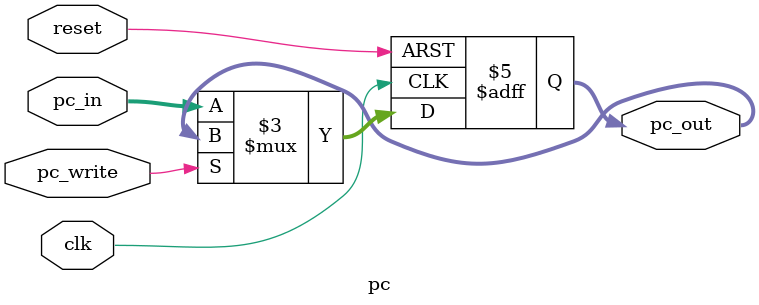
<source format=v>
module pc(input clk, reset, pc_write, input [9:0] pc_in, output reg [9:0] pc_out);
    always @(posedge clk or posedge reset) begin
        if (reset) pc_out <= 10'h000;
        else if (pc_write == 0) pc_out <= pc_in; // pc_write is inverted
    end
endmodule

</source>
